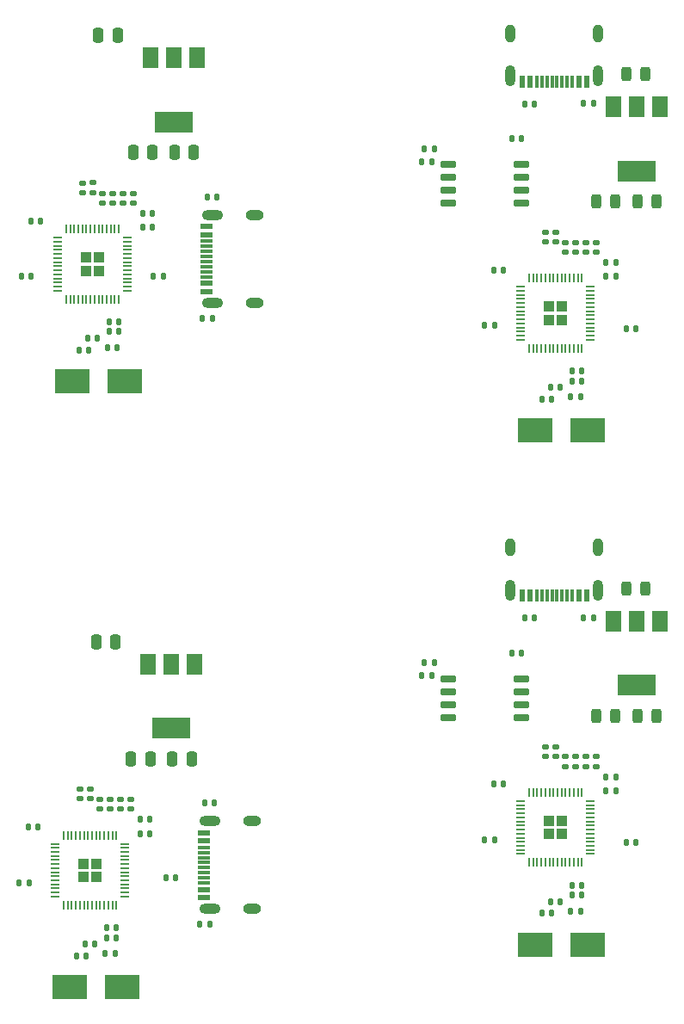
<source format=gtp>
G04 #@! TF.GenerationSoftware,KiCad,Pcbnew,7.0.5*
G04 #@! TF.CreationDate,2023-10-02T17:03:19+03:00*
G04 #@! TF.ProjectId,RP2040_minimal - Copy,52503230-3430-45f6-9d69-6e696d616c20,REV1*
G04 #@! TF.SameCoordinates,Original*
G04 #@! TF.FileFunction,Paste,Top*
G04 #@! TF.FilePolarity,Positive*
%FSLAX46Y46*%
G04 Gerber Fmt 4.6, Leading zero omitted, Abs format (unit mm)*
G04 Created by KiCad (PCBNEW 7.0.5) date 2023-10-02 17:03:19*
%MOMM*%
%LPD*%
G01*
G04 APERTURE LIST*
G04 Aperture macros list*
%AMRoundRect*
0 Rectangle with rounded corners*
0 $1 Rounding radius*
0 $2 $3 $4 $5 $6 $7 $8 $9 X,Y pos of 4 corners*
0 Add a 4 corners polygon primitive as box body*
4,1,4,$2,$3,$4,$5,$6,$7,$8,$9,$2,$3,0*
0 Add four circle primitives for the rounded corners*
1,1,$1+$1,$2,$3*
1,1,$1+$1,$4,$5*
1,1,$1+$1,$6,$7*
1,1,$1+$1,$8,$9*
0 Add four rect primitives between the rounded corners*
20,1,$1+$1,$2,$3,$4,$5,0*
20,1,$1+$1,$4,$5,$6,$7,0*
20,1,$1+$1,$6,$7,$8,$9,0*
20,1,$1+$1,$8,$9,$2,$3,0*%
G04 Aperture macros list end*
%ADD10RoundRect,0.140000X-0.140000X-0.170000X0.140000X-0.170000X0.140000X0.170000X-0.140000X0.170000X0*%
%ADD11RoundRect,0.147500X-0.147500X-0.172500X0.147500X-0.172500X0.147500X0.172500X-0.147500X0.172500X0*%
%ADD12RoundRect,0.243750X-0.243750X-0.456250X0.243750X-0.456250X0.243750X0.456250X-0.243750X0.456250X0*%
%ADD13RoundRect,0.147500X0.172500X-0.147500X0.172500X0.147500X-0.172500X0.147500X-0.172500X-0.147500X0*%
%ADD14RoundRect,0.140000X0.140000X0.170000X-0.140000X0.170000X-0.140000X-0.170000X0.140000X-0.170000X0*%
%ADD15R,3.500000X2.400000*%
%ADD16RoundRect,0.243750X0.243750X0.456250X-0.243750X0.456250X-0.243750X-0.456250X0.243750X-0.456250X0*%
%ADD17RoundRect,0.147500X-0.172500X0.147500X-0.172500X-0.147500X0.172500X-0.147500X0.172500X0.147500X0*%
%ADD18R,1.500000X2.000000*%
%ADD19R,3.800000X2.000000*%
%ADD20RoundRect,0.140000X0.170000X-0.140000X0.170000X0.140000X-0.170000X0.140000X-0.170000X-0.140000X0*%
%ADD21RoundRect,0.250000X0.250000X0.475000X-0.250000X0.475000X-0.250000X-0.475000X0.250000X-0.475000X0*%
%ADD22RoundRect,0.147500X0.147500X0.172500X-0.147500X0.172500X-0.147500X-0.172500X0.147500X-0.172500X0*%
%ADD23R,0.600000X1.150000*%
%ADD24R,0.300000X1.150000*%
%ADD25O,1.000000X2.100000*%
%ADD26O,1.000000X1.800000*%
%ADD27RoundRect,0.250000X-0.250000X-0.475000X0.250000X-0.475000X0.250000X0.475000X-0.250000X0.475000X0*%
%ADD28R,1.150000X0.600000*%
%ADD29R,1.150000X0.300000*%
%ADD30O,2.100000X1.000000*%
%ADD31O,1.800000X1.000000*%
%ADD32RoundRect,0.250000X-0.292217X-0.292217X0.292217X-0.292217X0.292217X0.292217X-0.292217X0.292217X0*%
%ADD33RoundRect,0.050000X-0.387500X-0.050000X0.387500X-0.050000X0.387500X0.050000X-0.387500X0.050000X0*%
%ADD34RoundRect,0.050000X-0.050000X-0.387500X0.050000X-0.387500X0.050000X0.387500X-0.050000X0.387500X0*%
%ADD35RoundRect,0.150000X-0.650000X-0.150000X0.650000X-0.150000X0.650000X0.150000X-0.650000X0.150000X0*%
%ADD36RoundRect,0.140000X-0.170000X0.140000X-0.170000X-0.140000X0.170000X-0.140000X0.170000X0.140000X0*%
G04 APERTURE END LIST*
D10*
X132394821Y-99333518D03*
X133354821Y-99333518D03*
D11*
X174887158Y-105797806D03*
X175857158Y-105797806D03*
D12*
X181329658Y-38528903D03*
X183204658Y-38528903D03*
D10*
X134921593Y-105060000D03*
X135881593Y-105060000D03*
D13*
X172242158Y-93137806D03*
X172242158Y-92167806D03*
D14*
X139468593Y-50052000D03*
X138508593Y-50052000D03*
D10*
X132394821Y-100723518D03*
X133354821Y-100723518D03*
D15*
X171227158Y-61058903D03*
X176427158Y-61058903D03*
D16*
X179154658Y-38553903D03*
X177279658Y-38553903D03*
D11*
X171917158Y-57958903D03*
X172887158Y-57958903D03*
D17*
X174242158Y-42558903D03*
X174242158Y-43528903D03*
D13*
X177242158Y-43528903D03*
X177242158Y-42558903D03*
D11*
X180212158Y-101637806D03*
X181182158Y-101637806D03*
D10*
X127178343Y-51996000D03*
X128138343Y-51996000D03*
D18*
X183542158Y-29228903D03*
X181242158Y-29228903D03*
D19*
X181242158Y-35528903D03*
D18*
X178942158Y-29228903D03*
D15*
X125424821Y-115863518D03*
X130624821Y-115863518D03*
D20*
X173242158Y-42523903D03*
X173242158Y-41563903D03*
D21*
X130175151Y-22221558D03*
X128275151Y-22221558D03*
D11*
X172737158Y-107437806D03*
X173707158Y-107437806D03*
D22*
X169912158Y-82967806D03*
X168942158Y-82967806D03*
D23*
X176347158Y-77337806D03*
X175547158Y-77337806D03*
D24*
X174397158Y-77337806D03*
X173397158Y-77337806D03*
X172897158Y-77337806D03*
X171897158Y-77337806D03*
D23*
X170747158Y-77337806D03*
X169947158Y-77337806D03*
X169947158Y-77337806D03*
X170747158Y-77337806D03*
D24*
X171397158Y-77337806D03*
X172397158Y-77337806D03*
X173897158Y-77337806D03*
X174897158Y-77337806D03*
D23*
X175547158Y-77337806D03*
X176347158Y-77337806D03*
D25*
X177467158Y-76762806D03*
D26*
X177467158Y-72582806D03*
D25*
X168827158Y-76762806D03*
D26*
X168827158Y-72582806D03*
D22*
X167242158Y-50728903D03*
X166272158Y-50728903D03*
D14*
X139225071Y-109679518D03*
X138265071Y-109679518D03*
D10*
X170212158Y-28928903D03*
X171172158Y-28928903D03*
D20*
X173242158Y-93132806D03*
X173242158Y-92172806D03*
X131683343Y-38701000D03*
X131683343Y-37741000D03*
D22*
X168128408Y-95867806D03*
X167158408Y-95867806D03*
D27*
X135768343Y-33726000D03*
X137668343Y-33726000D03*
D14*
X176983408Y-79497806D03*
X176023408Y-79497806D03*
D10*
X133688343Y-45886000D03*
X134648343Y-45886000D03*
D28*
X138893593Y-47408000D03*
X138893593Y-46608000D03*
D29*
X138893593Y-45458000D03*
X138893593Y-44458000D03*
X138893593Y-43958000D03*
X138893593Y-42958000D03*
D28*
X138893593Y-41808000D03*
X138893593Y-41008000D03*
X138893593Y-41008000D03*
X138893593Y-41808000D03*
D29*
X138893593Y-42458000D03*
X138893593Y-43458000D03*
X138893593Y-44958000D03*
X138893593Y-45958000D03*
D28*
X138893593Y-46608000D03*
X138893593Y-47408000D03*
D30*
X139468593Y-48528000D03*
D31*
X143648593Y-48528000D03*
D30*
X139468593Y-39888000D03*
D31*
X143648593Y-39888000D03*
D11*
X174727158Y-108347806D03*
X175697158Y-108347806D03*
D32*
X127045843Y-44063500D03*
X127045843Y-45338500D03*
X128320843Y-44063500D03*
X128320843Y-45338500D03*
D33*
X124245843Y-42101000D03*
X124245843Y-42501000D03*
X124245843Y-42901000D03*
X124245843Y-43301000D03*
X124245843Y-43701000D03*
X124245843Y-44101000D03*
X124245843Y-44501000D03*
X124245843Y-44901000D03*
X124245843Y-45301000D03*
X124245843Y-45701000D03*
X124245843Y-46101000D03*
X124245843Y-46501000D03*
X124245843Y-46901000D03*
X124245843Y-47301000D03*
D34*
X125083343Y-48138500D03*
X125483343Y-48138500D03*
X125883343Y-48138500D03*
X126283343Y-48138500D03*
X126683343Y-48138500D03*
X127083343Y-48138500D03*
X127483343Y-48138500D03*
X127883343Y-48138500D03*
X128283343Y-48138500D03*
X128683343Y-48138500D03*
X129083343Y-48138500D03*
X129483343Y-48138500D03*
X129883343Y-48138500D03*
X130283343Y-48138500D03*
D33*
X131120843Y-47301000D03*
X131120843Y-46901000D03*
X131120843Y-46501000D03*
X131120843Y-46101000D03*
X131120843Y-45701000D03*
X131120843Y-45301000D03*
X131120843Y-44901000D03*
X131120843Y-44501000D03*
X131120843Y-44101000D03*
X131120843Y-43701000D03*
X131120843Y-43301000D03*
X131120843Y-42901000D03*
X131120843Y-42501000D03*
X131120843Y-42101000D03*
D34*
X130283343Y-41263500D03*
X129883343Y-41263500D03*
X129483343Y-41263500D03*
X129083343Y-41263500D03*
X128683343Y-41263500D03*
X128283343Y-41263500D03*
X127883343Y-41263500D03*
X127483343Y-41263500D03*
X127083343Y-41263500D03*
X126683343Y-41263500D03*
X126283343Y-41263500D03*
X125883343Y-41263500D03*
X125483343Y-41263500D03*
X125083343Y-41263500D03*
D12*
X181329658Y-89137806D03*
X183204658Y-89137806D03*
D11*
X178192158Y-45928903D03*
X179162158Y-45928903D03*
X178192158Y-95137806D03*
X179162158Y-95137806D03*
D10*
X129318343Y-50346000D03*
X130278343Y-50346000D03*
D35*
X162692158Y-34898903D03*
X162692158Y-36168903D03*
X162692158Y-37438903D03*
X162692158Y-38708903D03*
X169892158Y-38708903D03*
X169892158Y-37438903D03*
X169892158Y-36168903D03*
X169892158Y-34898903D03*
D11*
X178192158Y-44528903D03*
X179162158Y-44528903D03*
D10*
X126934821Y-111623518D03*
X127894821Y-111623518D03*
D36*
X129678343Y-37746000D03*
X129678343Y-38706000D03*
D20*
X127454821Y-97278518D03*
X127454821Y-96318518D03*
D11*
X171917158Y-108567806D03*
X172887158Y-108567806D03*
D23*
X176347158Y-26728903D03*
X175547158Y-26728903D03*
D24*
X174397158Y-26728903D03*
X173397158Y-26728903D03*
X172897158Y-26728903D03*
X171897158Y-26728903D03*
D23*
X170747158Y-26728903D03*
X169947158Y-26728903D03*
X169947158Y-26728903D03*
X170747158Y-26728903D03*
D24*
X171397158Y-26728903D03*
X172397158Y-26728903D03*
X173897158Y-26728903D03*
X174897158Y-26728903D03*
D23*
X175547158Y-26728903D03*
X176347158Y-26728903D03*
D25*
X177467158Y-26153903D03*
D26*
X177467158Y-21973903D03*
D25*
X168827158Y-26153903D03*
D26*
X168827158Y-21973903D03*
D18*
X137983343Y-24406000D03*
X135683343Y-24406000D03*
D19*
X135683343Y-30706000D03*
D18*
X133383343Y-24406000D03*
D36*
X129434821Y-97373518D03*
X129434821Y-98333518D03*
D10*
X128934821Y-112533518D03*
X129894821Y-112533518D03*
D13*
X176242158Y-43528903D03*
X176242158Y-42558903D03*
D35*
X162692158Y-85507806D03*
X162692158Y-86777806D03*
X162692158Y-88047806D03*
X162692158Y-89317806D03*
X169892158Y-89317806D03*
X169892158Y-88047806D03*
X169892158Y-86777806D03*
X169892158Y-85507806D03*
D27*
X135524821Y-93353518D03*
X137424821Y-93353518D03*
D36*
X128683343Y-37741000D03*
X128683343Y-38701000D03*
D17*
X174242158Y-93167806D03*
X174242158Y-94137806D03*
D11*
X160097408Y-34598903D03*
X161067408Y-34598903D03*
D14*
X176983408Y-28888903D03*
X176023408Y-28888903D03*
D10*
X126124821Y-112763518D03*
X127084821Y-112763518D03*
D14*
X122321071Y-100063518D03*
X121361071Y-100063518D03*
D32*
X172604658Y-99500306D03*
X172604658Y-100775306D03*
X173879658Y-99500306D03*
X173879658Y-100775306D03*
D33*
X169804658Y-97537806D03*
X169804658Y-97937806D03*
X169804658Y-98337806D03*
X169804658Y-98737806D03*
X169804658Y-99137806D03*
X169804658Y-99537806D03*
X169804658Y-99937806D03*
X169804658Y-100337806D03*
X169804658Y-100737806D03*
X169804658Y-101137806D03*
X169804658Y-101537806D03*
X169804658Y-101937806D03*
X169804658Y-102337806D03*
X169804658Y-102737806D03*
D34*
X170642158Y-103575306D03*
X171042158Y-103575306D03*
X171442158Y-103575306D03*
X171842158Y-103575306D03*
X172242158Y-103575306D03*
X172642158Y-103575306D03*
X173042158Y-103575306D03*
X173442158Y-103575306D03*
X173842158Y-103575306D03*
X174242158Y-103575306D03*
X174642158Y-103575306D03*
X175042158Y-103575306D03*
X175442158Y-103575306D03*
X175842158Y-103575306D03*
D33*
X176679658Y-102737806D03*
X176679658Y-102337806D03*
X176679658Y-101937806D03*
X176679658Y-101537806D03*
X176679658Y-101137806D03*
X176679658Y-100737806D03*
X176679658Y-100337806D03*
X176679658Y-99937806D03*
X176679658Y-99537806D03*
X176679658Y-99137806D03*
X176679658Y-98737806D03*
X176679658Y-98337806D03*
X176679658Y-97937806D03*
X176679658Y-97537806D03*
D34*
X175842158Y-96700306D03*
X175442158Y-96700306D03*
X175042158Y-96700306D03*
X174642158Y-96700306D03*
X174242158Y-96700306D03*
X173842158Y-96700306D03*
X173442158Y-96700306D03*
X173042158Y-96700306D03*
X172642158Y-96700306D03*
X172242158Y-96700306D03*
X171842158Y-96700306D03*
X171442158Y-96700306D03*
X171042158Y-96700306D03*
X170642158Y-96700306D03*
D20*
X131439821Y-98328518D03*
X131439821Y-97368518D03*
D22*
X168128408Y-45258903D03*
X167158408Y-45258903D03*
D17*
X175242158Y-42558903D03*
X175242158Y-43528903D03*
D10*
X129328343Y-51346000D03*
X130288343Y-51346000D03*
X132638343Y-39706000D03*
X133598343Y-39706000D03*
X170212158Y-79537806D03*
X171172158Y-79537806D03*
D14*
X121668343Y-45916000D03*
X120708343Y-45916000D03*
D22*
X161298408Y-33328903D03*
X160328408Y-33328903D03*
D18*
X183542158Y-79837806D03*
X181242158Y-79837806D03*
D19*
X181242158Y-86137806D03*
D18*
X178942158Y-79837806D03*
D10*
X138745071Y-97741518D03*
X139705071Y-97741518D03*
D14*
X122564593Y-40436000D03*
X121604593Y-40436000D03*
D10*
X129074821Y-109973518D03*
X130034821Y-109973518D03*
D12*
X180242158Y-76637806D03*
X182117158Y-76637806D03*
D11*
X174727158Y-57738903D03*
X175697158Y-57738903D03*
D28*
X138650071Y-107035518D03*
X138650071Y-106235518D03*
D29*
X138650071Y-105085518D03*
X138650071Y-104085518D03*
X138650071Y-103585518D03*
X138650071Y-102585518D03*
D28*
X138650071Y-101435518D03*
X138650071Y-100635518D03*
X138650071Y-100635518D03*
X138650071Y-101435518D03*
D29*
X138650071Y-102085518D03*
X138650071Y-103085518D03*
X138650071Y-104585518D03*
X138650071Y-105585518D03*
D28*
X138650071Y-106235518D03*
X138650071Y-107035518D03*
D30*
X139225071Y-108155518D03*
D31*
X143405071Y-108155518D03*
D30*
X139225071Y-99515518D03*
D31*
X143405071Y-99515518D03*
D15*
X125668343Y-56236000D03*
X130868343Y-56236000D03*
D11*
X174877158Y-56178903D03*
X175847158Y-56178903D03*
D20*
X126688343Y-37696000D03*
X126688343Y-36736000D03*
D32*
X172604658Y-48891403D03*
X172604658Y-50166403D03*
X173879658Y-48891403D03*
X173879658Y-50166403D03*
D33*
X169804658Y-46928903D03*
X169804658Y-47328903D03*
X169804658Y-47728903D03*
X169804658Y-48128903D03*
X169804658Y-48528903D03*
X169804658Y-48928903D03*
X169804658Y-49328903D03*
X169804658Y-49728903D03*
X169804658Y-50128903D03*
X169804658Y-50528903D03*
X169804658Y-50928903D03*
X169804658Y-51328903D03*
X169804658Y-51728903D03*
X169804658Y-52128903D03*
D34*
X170642158Y-52966403D03*
X171042158Y-52966403D03*
X171442158Y-52966403D03*
X171842158Y-52966403D03*
X172242158Y-52966403D03*
X172642158Y-52966403D03*
X173042158Y-52966403D03*
X173442158Y-52966403D03*
X173842158Y-52966403D03*
X174242158Y-52966403D03*
X174642158Y-52966403D03*
X175042158Y-52966403D03*
X175442158Y-52966403D03*
X175842158Y-52966403D03*
D33*
X176679658Y-52128903D03*
X176679658Y-51728903D03*
X176679658Y-51328903D03*
X176679658Y-50928903D03*
X176679658Y-50528903D03*
X176679658Y-50128903D03*
X176679658Y-49728903D03*
X176679658Y-49328903D03*
X176679658Y-48928903D03*
X176679658Y-48528903D03*
X176679658Y-48128903D03*
X176679658Y-47728903D03*
X176679658Y-47328903D03*
X176679658Y-46928903D03*
D34*
X175842158Y-46091403D03*
X175442158Y-46091403D03*
X175042158Y-46091403D03*
X174642158Y-46091403D03*
X174242158Y-46091403D03*
X173842158Y-46091403D03*
X173442158Y-46091403D03*
X173042158Y-46091403D03*
X172642158Y-46091403D03*
X172242158Y-46091403D03*
X171842158Y-46091403D03*
X171442158Y-46091403D03*
X171042158Y-46091403D03*
X170642158Y-46091403D03*
D11*
X178192158Y-96537806D03*
X179162158Y-96537806D03*
D14*
X121424821Y-105543518D03*
X120464821Y-105543518D03*
D11*
X174887158Y-55188903D03*
X175857158Y-55188903D03*
D10*
X129084821Y-110973518D03*
X130044821Y-110973518D03*
D17*
X175242158Y-93167806D03*
X175242158Y-94137806D03*
D22*
X169912158Y-32358903D03*
X168942158Y-32358903D03*
D13*
X172242158Y-42528903D03*
X172242158Y-41558903D03*
D11*
X174877158Y-106787806D03*
X175847158Y-106787806D03*
D20*
X126444821Y-97323518D03*
X126444821Y-96363518D03*
D11*
X172737158Y-56828903D03*
X173707158Y-56828903D03*
D36*
X128439821Y-97368518D03*
X128439821Y-98328518D03*
D32*
X126802321Y-103691018D03*
X126802321Y-104966018D03*
X128077321Y-103691018D03*
X128077321Y-104966018D03*
D33*
X124002321Y-101728518D03*
X124002321Y-102128518D03*
X124002321Y-102528518D03*
X124002321Y-102928518D03*
X124002321Y-103328518D03*
X124002321Y-103728518D03*
X124002321Y-104128518D03*
X124002321Y-104528518D03*
X124002321Y-104928518D03*
X124002321Y-105328518D03*
X124002321Y-105728518D03*
X124002321Y-106128518D03*
X124002321Y-106528518D03*
X124002321Y-106928518D03*
D34*
X124839821Y-107766018D03*
X125239821Y-107766018D03*
X125639821Y-107766018D03*
X126039821Y-107766018D03*
X126439821Y-107766018D03*
X126839821Y-107766018D03*
X127239821Y-107766018D03*
X127639821Y-107766018D03*
X128039821Y-107766018D03*
X128439821Y-107766018D03*
X128839821Y-107766018D03*
X129239821Y-107766018D03*
X129639821Y-107766018D03*
X130039821Y-107766018D03*
D33*
X130877321Y-106928518D03*
X130877321Y-106528518D03*
X130877321Y-106128518D03*
X130877321Y-105728518D03*
X130877321Y-105328518D03*
X130877321Y-104928518D03*
X130877321Y-104528518D03*
X130877321Y-104128518D03*
X130877321Y-103728518D03*
X130877321Y-103328518D03*
X130877321Y-102928518D03*
X130877321Y-102528518D03*
X130877321Y-102128518D03*
X130877321Y-101728518D03*
D34*
X130039821Y-100891018D03*
X129639821Y-100891018D03*
X129239821Y-100891018D03*
X128839821Y-100891018D03*
X128439821Y-100891018D03*
X128039821Y-100891018D03*
X127639821Y-100891018D03*
X127239821Y-100891018D03*
X126839821Y-100891018D03*
X126439821Y-100891018D03*
X126039821Y-100891018D03*
X125639821Y-100891018D03*
X125239821Y-100891018D03*
X124839821Y-100891018D03*
D10*
X132638343Y-41096000D03*
X133598343Y-41096000D03*
D16*
X179154658Y-89162806D03*
X177279658Y-89162806D03*
D10*
X129178343Y-52906000D03*
X130138343Y-52906000D03*
D11*
X180212158Y-51028903D03*
X181182158Y-51028903D03*
D13*
X177242158Y-94137806D03*
X177242158Y-93167806D03*
D10*
X138988593Y-38114000D03*
X139948593Y-38114000D03*
D15*
X171227158Y-111667806D03*
X176427158Y-111667806D03*
D12*
X180242158Y-26028903D03*
X182117158Y-26028903D03*
D10*
X126368343Y-53136000D03*
X127328343Y-53136000D03*
D18*
X137739821Y-84033518D03*
X135439821Y-84033518D03*
D19*
X135439821Y-90333518D03*
D18*
X133139821Y-84033518D03*
D11*
X160097408Y-85207806D03*
X161067408Y-85207806D03*
D22*
X161298408Y-83937806D03*
X160328408Y-83937806D03*
D21*
X129931629Y-81849076D03*
X128031629Y-81849076D03*
D20*
X130683343Y-38701000D03*
X130683343Y-37741000D03*
D21*
X133608343Y-33731000D03*
X131708343Y-33731000D03*
D13*
X176242158Y-94137806D03*
X176242158Y-93167806D03*
D20*
X130439821Y-98328518D03*
X130439821Y-97368518D03*
D21*
X133364821Y-93358518D03*
X131464821Y-93358518D03*
D22*
X167242158Y-101337806D03*
X166272158Y-101337806D03*
D20*
X127698343Y-37651000D03*
X127698343Y-36691000D03*
M02*

</source>
